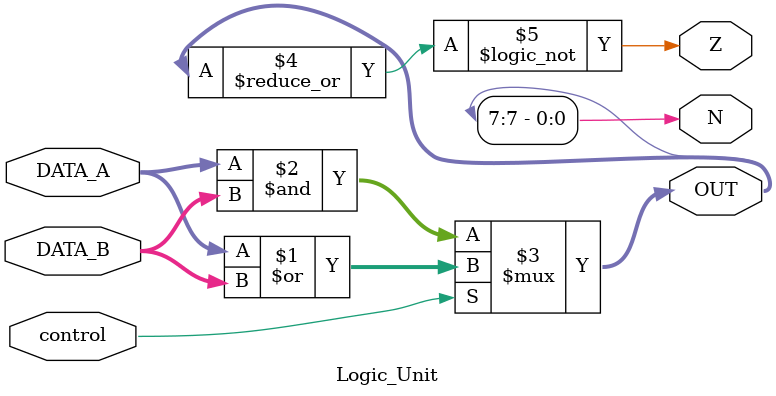
<source format=v>
module Logic_Unit #(parameter W = 8) (
    input [W-1:0] DATA_A,   // Rename A -> DATA_A
    input [W-1:0] DATA_B,   // Rename B -> DATA_B
    input control,
    output [W-1:0] OUT,
    output N,
    output Z
);

// Bitwise operations
assign OUT = control ? (DATA_A | DATA_B) : (DATA_A & DATA_B); // Use DATA_A/DATA_B

// Status flags
assign N = OUT[W-1];
assign Z = ~|OUT;

endmodule
</source>
